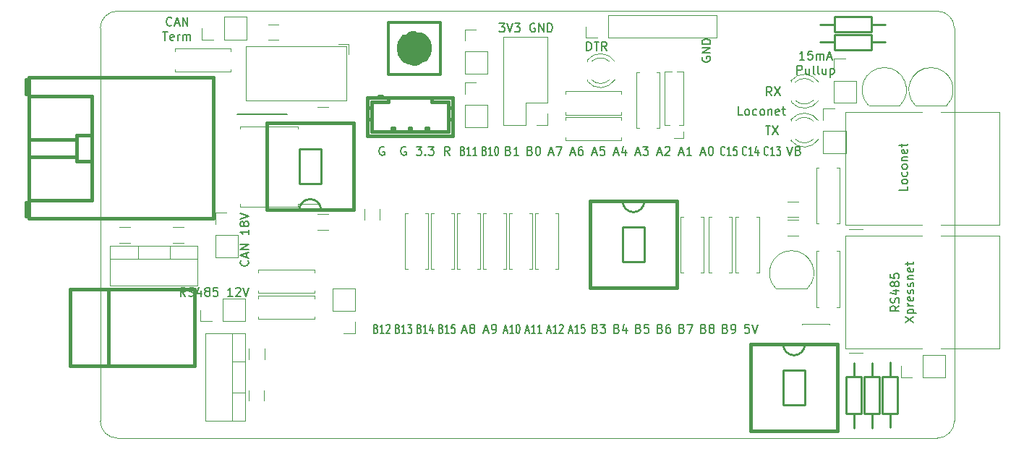
<source format=gto>
G04 #@! TF.GenerationSoftware,KiCad,Pcbnew,5.1.8-db9833491~88~ubuntu20.04.1*
G04 #@! TF.CreationDate,2020-12-16T06:01:53+01:00*
G04 #@! TF.ProjectId,c6021light,63363032-316c-4696-9768-742e6b696361,rev?*
G04 #@! TF.SameCoordinates,Original*
G04 #@! TF.FileFunction,Legend,Top*
G04 #@! TF.FilePolarity,Positive*
%FSLAX46Y46*%
G04 Gerber Fmt 4.6, Leading zero omitted, Abs format (unit mm)*
G04 Created by KiCad (PCBNEW 5.1.8-db9833491~88~ubuntu20.04.1) date 2020-12-16 06:01:53*
%MOMM*%
%LPD*%
G01*
G04 APERTURE LIST*
%ADD10C,0.200000*%
G04 #@! TA.AperFunction,Profile*
%ADD11C,0.050000*%
G04 #@! TD*
%ADD12C,0.120000*%
%ADD13C,0.254000*%
%ADD14C,0.381000*%
%ADD15C,2.540000*%
%ADD16C,0.304800*%
%ADD17C,0.100000*%
%ADD18C,0.150000*%
G04 APERTURE END LIST*
D10*
X178623933Y-59888380D02*
X178290600Y-59412190D01*
X178052504Y-59888380D02*
X178052504Y-58888380D01*
X178433457Y-58888380D01*
X178528695Y-58936000D01*
X178576314Y-58983619D01*
X178623933Y-59078857D01*
X178623933Y-59221714D01*
X178576314Y-59316952D01*
X178528695Y-59364571D01*
X178433457Y-59412190D01*
X178052504Y-59412190D01*
X178957266Y-58888380D02*
X179623933Y-59888380D01*
X179623933Y-58888380D02*
X178957266Y-59888380D01*
X182457885Y-55685580D02*
X181886457Y-55685580D01*
X182172171Y-55685580D02*
X182172171Y-54685580D01*
X182076933Y-54828438D01*
X181981695Y-54923676D01*
X181886457Y-54971295D01*
X183362647Y-54685580D02*
X182886457Y-54685580D01*
X182838838Y-55161771D01*
X182886457Y-55114152D01*
X182981695Y-55066533D01*
X183219790Y-55066533D01*
X183315028Y-55114152D01*
X183362647Y-55161771D01*
X183410266Y-55257009D01*
X183410266Y-55495104D01*
X183362647Y-55590342D01*
X183315028Y-55637961D01*
X183219790Y-55685580D01*
X182981695Y-55685580D01*
X182886457Y-55637961D01*
X182838838Y-55590342D01*
X183838838Y-55685580D02*
X183838838Y-55018914D01*
X183838838Y-55114152D02*
X183886457Y-55066533D01*
X183981695Y-55018914D01*
X184124552Y-55018914D01*
X184219790Y-55066533D01*
X184267409Y-55161771D01*
X184267409Y-55685580D01*
X184267409Y-55161771D02*
X184315028Y-55066533D01*
X184410266Y-55018914D01*
X184553123Y-55018914D01*
X184648361Y-55066533D01*
X184695980Y-55161771D01*
X184695980Y-55685580D01*
X185124552Y-55399866D02*
X185600742Y-55399866D01*
X185029314Y-55685580D02*
X185362647Y-54685580D01*
X185695980Y-55685580D01*
X181600742Y-57385580D02*
X181600742Y-56385580D01*
X181981695Y-56385580D01*
X182076933Y-56433200D01*
X182124552Y-56480819D01*
X182172171Y-56576057D01*
X182172171Y-56718914D01*
X182124552Y-56814152D01*
X182076933Y-56861771D01*
X181981695Y-56909390D01*
X181600742Y-56909390D01*
X183029314Y-56718914D02*
X183029314Y-57385580D01*
X182600742Y-56718914D02*
X182600742Y-57242723D01*
X182648361Y-57337961D01*
X182743600Y-57385580D01*
X182886457Y-57385580D01*
X182981695Y-57337961D01*
X183029314Y-57290342D01*
X183648361Y-57385580D02*
X183553123Y-57337961D01*
X183505504Y-57242723D01*
X183505504Y-56385580D01*
X184172171Y-57385580D02*
X184076933Y-57337961D01*
X184029314Y-57242723D01*
X184029314Y-56385580D01*
X184981695Y-56718914D02*
X184981695Y-57385580D01*
X184553123Y-56718914D02*
X184553123Y-57242723D01*
X184600742Y-57337961D01*
X184695980Y-57385580D01*
X184838838Y-57385580D01*
X184934076Y-57337961D01*
X184981695Y-57290342D01*
X185457885Y-56718914D02*
X185457885Y-57718914D01*
X185457885Y-56766533D02*
X185553123Y-56718914D01*
X185743600Y-56718914D01*
X185838838Y-56766533D01*
X185886457Y-56814152D01*
X185934076Y-56909390D01*
X185934076Y-57195104D01*
X185886457Y-57290342D01*
X185838838Y-57337961D01*
X185743600Y-57385580D01*
X185553123Y-57385580D01*
X185457885Y-57337961D01*
X108373942Y-51627942D02*
X108326323Y-51675561D01*
X108183466Y-51723180D01*
X108088228Y-51723180D01*
X107945371Y-51675561D01*
X107850133Y-51580323D01*
X107802514Y-51485085D01*
X107754895Y-51294609D01*
X107754895Y-51151752D01*
X107802514Y-50961276D01*
X107850133Y-50866038D01*
X107945371Y-50770800D01*
X108088228Y-50723180D01*
X108183466Y-50723180D01*
X108326323Y-50770800D01*
X108373942Y-50818419D01*
X108754895Y-51437466D02*
X109231085Y-51437466D01*
X108659657Y-51723180D02*
X108992990Y-50723180D01*
X109326323Y-51723180D01*
X109659657Y-51723180D02*
X109659657Y-50723180D01*
X110231085Y-51723180D01*
X110231085Y-50723180D01*
X107326323Y-52423180D02*
X107897752Y-52423180D01*
X107612038Y-53423180D02*
X107612038Y-52423180D01*
X108612038Y-53375561D02*
X108516800Y-53423180D01*
X108326323Y-53423180D01*
X108231085Y-53375561D01*
X108183466Y-53280323D01*
X108183466Y-52899371D01*
X108231085Y-52804133D01*
X108326323Y-52756514D01*
X108516800Y-52756514D01*
X108612038Y-52804133D01*
X108659657Y-52899371D01*
X108659657Y-52994609D01*
X108183466Y-53089847D01*
X109088228Y-53423180D02*
X109088228Y-52756514D01*
X109088228Y-52946990D02*
X109135847Y-52851752D01*
X109183466Y-52804133D01*
X109278704Y-52756514D01*
X109373942Y-52756514D01*
X109707276Y-53423180D02*
X109707276Y-52756514D01*
X109707276Y-52851752D02*
X109754895Y-52804133D01*
X109850133Y-52756514D01*
X109992990Y-52756514D01*
X110088228Y-52804133D01*
X110135847Y-52899371D01*
X110135847Y-53423180D01*
X110135847Y-52899371D02*
X110183466Y-52804133D01*
X110278704Y-52756514D01*
X110421561Y-52756514D01*
X110516800Y-52804133D01*
X110564419Y-52899371D01*
X110564419Y-53423180D01*
X170492800Y-55371904D02*
X170445180Y-55467142D01*
X170445180Y-55610000D01*
X170492800Y-55752857D01*
X170588038Y-55848095D01*
X170683276Y-55895714D01*
X170873752Y-55943333D01*
X171016609Y-55943333D01*
X171207085Y-55895714D01*
X171302323Y-55848095D01*
X171397561Y-55752857D01*
X171445180Y-55610000D01*
X171445180Y-55514761D01*
X171397561Y-55371904D01*
X171349942Y-55324285D01*
X171016609Y-55324285D01*
X171016609Y-55514761D01*
X171445180Y-54895714D02*
X170445180Y-54895714D01*
X171445180Y-54324285D01*
X170445180Y-54324285D01*
X171445180Y-53848095D02*
X170445180Y-53848095D01*
X170445180Y-53610000D01*
X170492800Y-53467142D01*
X170588038Y-53371904D01*
X170683276Y-53324285D01*
X170873752Y-53276666D01*
X171016609Y-53276666D01*
X171207085Y-53324285D01*
X171302323Y-53371904D01*
X171397561Y-53467142D01*
X171445180Y-53610000D01*
X171445180Y-53848095D01*
X194508380Y-70516476D02*
X194508380Y-70992666D01*
X193508380Y-70992666D01*
X194508380Y-70040285D02*
X194460761Y-70135523D01*
X194413142Y-70183142D01*
X194317904Y-70230761D01*
X194032190Y-70230761D01*
X193936952Y-70183142D01*
X193889333Y-70135523D01*
X193841714Y-70040285D01*
X193841714Y-69897428D01*
X193889333Y-69802190D01*
X193936952Y-69754571D01*
X194032190Y-69706952D01*
X194317904Y-69706952D01*
X194413142Y-69754571D01*
X194460761Y-69802190D01*
X194508380Y-69897428D01*
X194508380Y-70040285D01*
X194460761Y-68849809D02*
X194508380Y-68945047D01*
X194508380Y-69135523D01*
X194460761Y-69230761D01*
X194413142Y-69278380D01*
X194317904Y-69326000D01*
X194032190Y-69326000D01*
X193936952Y-69278380D01*
X193889333Y-69230761D01*
X193841714Y-69135523D01*
X193841714Y-68945047D01*
X193889333Y-68849809D01*
X194508380Y-68278380D02*
X194460761Y-68373619D01*
X194413142Y-68421238D01*
X194317904Y-68468857D01*
X194032190Y-68468857D01*
X193936952Y-68421238D01*
X193889333Y-68373619D01*
X193841714Y-68278380D01*
X193841714Y-68135523D01*
X193889333Y-68040285D01*
X193936952Y-67992666D01*
X194032190Y-67945047D01*
X194317904Y-67945047D01*
X194413142Y-67992666D01*
X194460761Y-68040285D01*
X194508380Y-68135523D01*
X194508380Y-68278380D01*
X193841714Y-67516476D02*
X194508380Y-67516476D01*
X193936952Y-67516476D02*
X193889333Y-67468857D01*
X193841714Y-67373619D01*
X193841714Y-67230761D01*
X193889333Y-67135523D01*
X193984571Y-67087904D01*
X194508380Y-67087904D01*
X194460761Y-66230761D02*
X194508380Y-66326000D01*
X194508380Y-66516476D01*
X194460761Y-66611714D01*
X194365523Y-66659333D01*
X193984571Y-66659333D01*
X193889333Y-66611714D01*
X193841714Y-66516476D01*
X193841714Y-66326000D01*
X193889333Y-66230761D01*
X193984571Y-66183142D01*
X194079809Y-66183142D01*
X194175047Y-66659333D01*
X193841714Y-65897428D02*
X193841714Y-65516476D01*
X193508380Y-65754571D02*
X194365523Y-65754571D01*
X194460761Y-65706952D01*
X194508380Y-65611714D01*
X194508380Y-65516476D01*
X193531380Y-84526238D02*
X193055190Y-84859571D01*
X193531380Y-85097666D02*
X192531380Y-85097666D01*
X192531380Y-84716714D01*
X192579000Y-84621476D01*
X192626619Y-84573857D01*
X192721857Y-84526238D01*
X192864714Y-84526238D01*
X192959952Y-84573857D01*
X193007571Y-84621476D01*
X193055190Y-84716714D01*
X193055190Y-85097666D01*
X193483761Y-84145285D02*
X193531380Y-84002428D01*
X193531380Y-83764333D01*
X193483761Y-83669095D01*
X193436142Y-83621476D01*
X193340904Y-83573857D01*
X193245666Y-83573857D01*
X193150428Y-83621476D01*
X193102809Y-83669095D01*
X193055190Y-83764333D01*
X193007571Y-83954809D01*
X192959952Y-84050047D01*
X192912333Y-84097666D01*
X192817095Y-84145285D01*
X192721857Y-84145285D01*
X192626619Y-84097666D01*
X192579000Y-84050047D01*
X192531380Y-83954809D01*
X192531380Y-83716714D01*
X192579000Y-83573857D01*
X192864714Y-82716714D02*
X193531380Y-82716714D01*
X192483761Y-82954809D02*
X193198047Y-83192904D01*
X193198047Y-82573857D01*
X192959952Y-82050047D02*
X192912333Y-82145285D01*
X192864714Y-82192904D01*
X192769476Y-82240523D01*
X192721857Y-82240523D01*
X192626619Y-82192904D01*
X192579000Y-82145285D01*
X192531380Y-82050047D01*
X192531380Y-81859571D01*
X192579000Y-81764333D01*
X192626619Y-81716714D01*
X192721857Y-81669095D01*
X192769476Y-81669095D01*
X192864714Y-81716714D01*
X192912333Y-81764333D01*
X192959952Y-81859571D01*
X192959952Y-82050047D01*
X193007571Y-82145285D01*
X193055190Y-82192904D01*
X193150428Y-82240523D01*
X193340904Y-82240523D01*
X193436142Y-82192904D01*
X193483761Y-82145285D01*
X193531380Y-82050047D01*
X193531380Y-81859571D01*
X193483761Y-81764333D01*
X193436142Y-81716714D01*
X193340904Y-81669095D01*
X193150428Y-81669095D01*
X193055190Y-81716714D01*
X193007571Y-81764333D01*
X192959952Y-81859571D01*
X192531380Y-80764333D02*
X192531380Y-81240523D01*
X193007571Y-81288142D01*
X192959952Y-81240523D01*
X192912333Y-81145285D01*
X192912333Y-80907190D01*
X192959952Y-80811952D01*
X193007571Y-80764333D01*
X193102809Y-80716714D01*
X193340904Y-80716714D01*
X193436142Y-80764333D01*
X193483761Y-80811952D01*
X193531380Y-80907190D01*
X193531380Y-81145285D01*
X193483761Y-81240523D01*
X193436142Y-81288142D01*
X194231380Y-86431000D02*
X195231380Y-85764333D01*
X194231380Y-85764333D02*
X195231380Y-86431000D01*
X194564714Y-85383380D02*
X195564714Y-85383380D01*
X194612333Y-85383380D02*
X194564714Y-85288142D01*
X194564714Y-85097666D01*
X194612333Y-85002428D01*
X194659952Y-84954809D01*
X194755190Y-84907190D01*
X195040904Y-84907190D01*
X195136142Y-84954809D01*
X195183761Y-85002428D01*
X195231380Y-85097666D01*
X195231380Y-85288142D01*
X195183761Y-85383380D01*
X195231380Y-84478619D02*
X194564714Y-84478619D01*
X194755190Y-84478619D02*
X194659952Y-84431000D01*
X194612333Y-84383380D01*
X194564714Y-84288142D01*
X194564714Y-84192904D01*
X195183761Y-83478619D02*
X195231380Y-83573857D01*
X195231380Y-83764333D01*
X195183761Y-83859571D01*
X195088523Y-83907190D01*
X194707571Y-83907190D01*
X194612333Y-83859571D01*
X194564714Y-83764333D01*
X194564714Y-83573857D01*
X194612333Y-83478619D01*
X194707571Y-83431000D01*
X194802809Y-83431000D01*
X194898047Y-83907190D01*
X195183761Y-83050047D02*
X195231380Y-82954809D01*
X195231380Y-82764333D01*
X195183761Y-82669095D01*
X195088523Y-82621476D01*
X195040904Y-82621476D01*
X194945666Y-82669095D01*
X194898047Y-82764333D01*
X194898047Y-82907190D01*
X194850428Y-83002428D01*
X194755190Y-83050047D01*
X194707571Y-83050047D01*
X194612333Y-83002428D01*
X194564714Y-82907190D01*
X194564714Y-82764333D01*
X194612333Y-82669095D01*
X195183761Y-82240523D02*
X195231380Y-82145285D01*
X195231380Y-81954809D01*
X195183761Y-81859571D01*
X195088523Y-81811952D01*
X195040904Y-81811952D01*
X194945666Y-81859571D01*
X194898047Y-81954809D01*
X194898047Y-82097666D01*
X194850428Y-82192904D01*
X194755190Y-82240523D01*
X194707571Y-82240523D01*
X194612333Y-82192904D01*
X194564714Y-82097666D01*
X194564714Y-81954809D01*
X194612333Y-81859571D01*
X194564714Y-81383380D02*
X195231380Y-81383380D01*
X194659952Y-81383380D02*
X194612333Y-81335761D01*
X194564714Y-81240523D01*
X194564714Y-81097666D01*
X194612333Y-81002428D01*
X194707571Y-80954809D01*
X195231380Y-80954809D01*
X195183761Y-80097666D02*
X195231380Y-80192904D01*
X195231380Y-80383380D01*
X195183761Y-80478619D01*
X195088523Y-80526238D01*
X194707571Y-80526238D01*
X194612333Y-80478619D01*
X194564714Y-80383380D01*
X194564714Y-80192904D01*
X194612333Y-80097666D01*
X194707571Y-80050047D01*
X194802809Y-80050047D01*
X194898047Y-80526238D01*
X194564714Y-79764333D02*
X194564714Y-79383380D01*
X194231380Y-79621476D02*
X195088523Y-79621476D01*
X195183761Y-79573857D01*
X195231380Y-79478619D01*
X195231380Y-79383380D01*
X146717142Y-51434380D02*
X147336190Y-51434380D01*
X147002857Y-51815333D01*
X147145714Y-51815333D01*
X147240952Y-51862952D01*
X147288571Y-51910571D01*
X147336190Y-52005809D01*
X147336190Y-52243904D01*
X147288571Y-52339142D01*
X147240952Y-52386761D01*
X147145714Y-52434380D01*
X146860000Y-52434380D01*
X146764761Y-52386761D01*
X146717142Y-52339142D01*
X147621904Y-51434380D02*
X147955238Y-52434380D01*
X148288571Y-51434380D01*
X148526666Y-51434380D02*
X149145714Y-51434380D01*
X148812380Y-51815333D01*
X148955238Y-51815333D01*
X149050476Y-51862952D01*
X149098095Y-51910571D01*
X149145714Y-52005809D01*
X149145714Y-52243904D01*
X149098095Y-52339142D01*
X149050476Y-52386761D01*
X148955238Y-52434380D01*
X148669523Y-52434380D01*
X148574285Y-52386761D01*
X148526666Y-52339142D01*
X150860000Y-51482000D02*
X150764761Y-51434380D01*
X150621904Y-51434380D01*
X150479047Y-51482000D01*
X150383809Y-51577238D01*
X150336190Y-51672476D01*
X150288571Y-51862952D01*
X150288571Y-52005809D01*
X150336190Y-52196285D01*
X150383809Y-52291523D01*
X150479047Y-52386761D01*
X150621904Y-52434380D01*
X150717142Y-52434380D01*
X150860000Y-52386761D01*
X150907619Y-52339142D01*
X150907619Y-52005809D01*
X150717142Y-52005809D01*
X151336190Y-52434380D02*
X151336190Y-51434380D01*
X151907619Y-52434380D01*
X151907619Y-51434380D01*
X152383809Y-52434380D02*
X152383809Y-51434380D01*
X152621904Y-51434380D01*
X152764761Y-51482000D01*
X152860000Y-51577238D01*
X152907619Y-51672476D01*
X152955238Y-51862952D01*
X152955238Y-52005809D01*
X152907619Y-52196285D01*
X152860000Y-52291523D01*
X152764761Y-52386761D01*
X152621904Y-52434380D01*
X152383809Y-52434380D01*
X117298742Y-79214361D02*
X117346361Y-79261980D01*
X117393980Y-79404838D01*
X117393980Y-79500076D01*
X117346361Y-79642933D01*
X117251123Y-79738171D01*
X117155885Y-79785790D01*
X116965409Y-79833409D01*
X116822552Y-79833409D01*
X116632076Y-79785790D01*
X116536838Y-79738171D01*
X116441600Y-79642933D01*
X116393980Y-79500076D01*
X116393980Y-79404838D01*
X116441600Y-79261980D01*
X116489219Y-79214361D01*
X117108266Y-78833409D02*
X117108266Y-78357219D01*
X117393980Y-78928647D02*
X116393980Y-78595314D01*
X117393980Y-78261980D01*
X117393980Y-77928647D02*
X116393980Y-77928647D01*
X117393980Y-77357219D01*
X116393980Y-77357219D01*
X117393980Y-75595314D02*
X117393980Y-76166742D01*
X117393980Y-75881028D02*
X116393980Y-75881028D01*
X116536838Y-75976266D01*
X116632076Y-76071504D01*
X116679695Y-76166742D01*
X116822552Y-75023885D02*
X116774933Y-75119123D01*
X116727314Y-75166742D01*
X116632076Y-75214361D01*
X116584457Y-75214361D01*
X116489219Y-75166742D01*
X116441600Y-75119123D01*
X116393980Y-75023885D01*
X116393980Y-74833409D01*
X116441600Y-74738171D01*
X116489219Y-74690552D01*
X116584457Y-74642933D01*
X116632076Y-74642933D01*
X116727314Y-74690552D01*
X116774933Y-74738171D01*
X116822552Y-74833409D01*
X116822552Y-75023885D01*
X116870171Y-75119123D01*
X116917790Y-75166742D01*
X117013028Y-75214361D01*
X117203504Y-75214361D01*
X117298742Y-75166742D01*
X117346361Y-75119123D01*
X117393980Y-75023885D01*
X117393980Y-74833409D01*
X117346361Y-74738171D01*
X117298742Y-74690552D01*
X117203504Y-74642933D01*
X117013028Y-74642933D01*
X116917790Y-74690552D01*
X116870171Y-74738171D01*
X116822552Y-74833409D01*
X116393980Y-74357219D02*
X117393980Y-74023885D01*
X116393980Y-73690552D01*
X109977657Y-83383380D02*
X109644323Y-82907190D01*
X109406228Y-83383380D02*
X109406228Y-82383380D01*
X109787180Y-82383380D01*
X109882419Y-82431000D01*
X109930038Y-82478619D01*
X109977657Y-82573857D01*
X109977657Y-82716714D01*
X109930038Y-82811952D01*
X109882419Y-82859571D01*
X109787180Y-82907190D01*
X109406228Y-82907190D01*
X110358609Y-83335761D02*
X110501466Y-83383380D01*
X110739561Y-83383380D01*
X110834800Y-83335761D01*
X110882419Y-83288142D01*
X110930038Y-83192904D01*
X110930038Y-83097666D01*
X110882419Y-83002428D01*
X110834800Y-82954809D01*
X110739561Y-82907190D01*
X110549085Y-82859571D01*
X110453847Y-82811952D01*
X110406228Y-82764333D01*
X110358609Y-82669095D01*
X110358609Y-82573857D01*
X110406228Y-82478619D01*
X110453847Y-82431000D01*
X110549085Y-82383380D01*
X110787180Y-82383380D01*
X110930038Y-82431000D01*
X111787180Y-82716714D02*
X111787180Y-83383380D01*
X111549085Y-82335761D02*
X111310990Y-83050047D01*
X111930038Y-83050047D01*
X112453847Y-82811952D02*
X112358609Y-82764333D01*
X112310990Y-82716714D01*
X112263371Y-82621476D01*
X112263371Y-82573857D01*
X112310990Y-82478619D01*
X112358609Y-82431000D01*
X112453847Y-82383380D01*
X112644323Y-82383380D01*
X112739561Y-82431000D01*
X112787180Y-82478619D01*
X112834800Y-82573857D01*
X112834800Y-82621476D01*
X112787180Y-82716714D01*
X112739561Y-82764333D01*
X112644323Y-82811952D01*
X112453847Y-82811952D01*
X112358609Y-82859571D01*
X112310990Y-82907190D01*
X112263371Y-83002428D01*
X112263371Y-83192904D01*
X112310990Y-83288142D01*
X112358609Y-83335761D01*
X112453847Y-83383380D01*
X112644323Y-83383380D01*
X112739561Y-83335761D01*
X112787180Y-83288142D01*
X112834800Y-83192904D01*
X112834800Y-83002428D01*
X112787180Y-82907190D01*
X112739561Y-82859571D01*
X112644323Y-82811952D01*
X113739561Y-82383380D02*
X113263371Y-82383380D01*
X113215752Y-82859571D01*
X113263371Y-82811952D01*
X113358609Y-82764333D01*
X113596704Y-82764333D01*
X113691942Y-82811952D01*
X113739561Y-82859571D01*
X113787180Y-82954809D01*
X113787180Y-83192904D01*
X113739561Y-83288142D01*
X113691942Y-83335761D01*
X113596704Y-83383380D01*
X113358609Y-83383380D01*
X113263371Y-83335761D01*
X113215752Y-83288142D01*
X115501466Y-83383380D02*
X114930038Y-83383380D01*
X115215752Y-83383380D02*
X115215752Y-82383380D01*
X115120514Y-82526238D01*
X115025276Y-82621476D01*
X114930038Y-82669095D01*
X115882419Y-82478619D02*
X115930038Y-82431000D01*
X116025276Y-82383380D01*
X116263371Y-82383380D01*
X116358609Y-82431000D01*
X116406228Y-82478619D01*
X116453847Y-82573857D01*
X116453847Y-82669095D01*
X116406228Y-82811952D01*
X115834800Y-83383380D01*
X116453847Y-83383380D01*
X116739561Y-82383380D02*
X117072895Y-83383380D01*
X117406228Y-82383380D01*
X156972142Y-54630580D02*
X156972142Y-53630580D01*
X157210238Y-53630580D01*
X157353095Y-53678200D01*
X157448333Y-53773438D01*
X157495952Y-53868676D01*
X157543571Y-54059152D01*
X157543571Y-54202009D01*
X157495952Y-54392485D01*
X157448333Y-54487723D01*
X157353095Y-54582961D01*
X157210238Y-54630580D01*
X156972142Y-54630580D01*
X157829285Y-53630580D02*
X158400714Y-53630580D01*
X158115000Y-54630580D02*
X158115000Y-53630580D01*
X159305476Y-54630580D02*
X158972142Y-54154390D01*
X158734047Y-54630580D02*
X158734047Y-53630580D01*
X159115000Y-53630580D01*
X159210238Y-53678200D01*
X159257857Y-53725819D01*
X159305476Y-53821057D01*
X159305476Y-53963914D01*
X159257857Y-54059152D01*
X159210238Y-54106771D01*
X159115000Y-54154390D01*
X158734047Y-54154390D01*
X177901695Y-63409580D02*
X178473123Y-63409580D01*
X178187409Y-64409580D02*
X178187409Y-63409580D01*
X178711219Y-63409580D02*
X179377885Y-64409580D01*
X179377885Y-63409580D02*
X178711219Y-64409580D01*
X175203123Y-62174380D02*
X174726933Y-62174380D01*
X174726933Y-61174380D01*
X175679314Y-62174380D02*
X175584076Y-62126761D01*
X175536457Y-62079142D01*
X175488838Y-61983904D01*
X175488838Y-61698190D01*
X175536457Y-61602952D01*
X175584076Y-61555333D01*
X175679314Y-61507714D01*
X175822171Y-61507714D01*
X175917409Y-61555333D01*
X175965028Y-61602952D01*
X176012647Y-61698190D01*
X176012647Y-61983904D01*
X175965028Y-62079142D01*
X175917409Y-62126761D01*
X175822171Y-62174380D01*
X175679314Y-62174380D01*
X176869790Y-62126761D02*
X176774552Y-62174380D01*
X176584076Y-62174380D01*
X176488838Y-62126761D01*
X176441219Y-62079142D01*
X176393600Y-61983904D01*
X176393600Y-61698190D01*
X176441219Y-61602952D01*
X176488838Y-61555333D01*
X176584076Y-61507714D01*
X176774552Y-61507714D01*
X176869790Y-61555333D01*
X177441219Y-62174380D02*
X177345980Y-62126761D01*
X177298361Y-62079142D01*
X177250742Y-61983904D01*
X177250742Y-61698190D01*
X177298361Y-61602952D01*
X177345980Y-61555333D01*
X177441219Y-61507714D01*
X177584076Y-61507714D01*
X177679314Y-61555333D01*
X177726933Y-61602952D01*
X177774552Y-61698190D01*
X177774552Y-61983904D01*
X177726933Y-62079142D01*
X177679314Y-62126761D01*
X177584076Y-62174380D01*
X177441219Y-62174380D01*
X178203123Y-61507714D02*
X178203123Y-62174380D01*
X178203123Y-61602952D02*
X178250742Y-61555333D01*
X178345980Y-61507714D01*
X178488838Y-61507714D01*
X178584076Y-61555333D01*
X178631695Y-61650571D01*
X178631695Y-62174380D01*
X179488838Y-62126761D02*
X179393600Y-62174380D01*
X179203123Y-62174380D01*
X179107885Y-62126761D01*
X179060266Y-62031523D01*
X179060266Y-61650571D01*
X179107885Y-61555333D01*
X179203123Y-61507714D01*
X179393600Y-61507714D01*
X179488838Y-61555333D01*
X179536457Y-61650571D01*
X179536457Y-61745809D01*
X179060266Y-61841047D01*
X179822171Y-61507714D02*
X180203123Y-61507714D01*
X179965028Y-61174380D02*
X179965028Y-62031523D01*
X180012647Y-62126761D01*
X180107885Y-62174380D01*
X180203123Y-62174380D01*
D11*
X102000000Y-100000000D02*
G75*
G02*
X100000000Y-98000000I0J2000000D01*
G01*
X100000000Y-52000000D02*
G75*
G02*
X102000000Y-50000000I2000000J0D01*
G01*
X200000000Y-98000000D02*
G75*
G02*
X198000000Y-100000000I-2000000J0D01*
G01*
X198000000Y-50000000D02*
G75*
G02*
X200000000Y-52000000I0J-2000000D01*
G01*
X100000000Y-52000000D02*
X100000000Y-98000000D01*
X198000000Y-50000000D02*
X102000000Y-50000000D01*
X200000000Y-98000000D02*
X200000000Y-52000000D01*
X102000000Y-100000000D02*
X198000000Y-100000000D01*
D12*
X185893400Y-55540600D02*
X187223400Y-55540600D01*
X185893400Y-56870600D02*
X185893400Y-55540600D01*
X185893400Y-58140600D02*
X188553400Y-58140600D01*
X188553400Y-58140600D02*
X188553400Y-60740600D01*
X185893400Y-58140600D02*
X185893400Y-60740600D01*
X185893400Y-60740600D02*
X188553400Y-60740600D01*
X184648800Y-61408000D02*
X185978800Y-61408000D01*
X184648800Y-62738000D02*
X184648800Y-61408000D01*
X184648800Y-64008000D02*
X187308800Y-64008000D01*
X187308800Y-64008000D02*
X187308800Y-66608000D01*
X184648800Y-64008000D02*
X184648800Y-66608000D01*
X184648800Y-66608000D02*
X187308800Y-66608000D01*
X193742000Y-92897000D02*
X193742000Y-91567000D01*
X195072000Y-92897000D02*
X193742000Y-92897000D01*
X196342000Y-92897000D02*
X196342000Y-90237000D01*
X196342000Y-90237000D02*
X198942000Y-90237000D01*
X196342000Y-92897000D02*
X198942000Y-92897000D01*
X198942000Y-92897000D02*
X198942000Y-90237000D01*
X113478000Y-73600000D02*
X114808000Y-73600000D01*
X113478000Y-74930000D02*
X113478000Y-73600000D01*
X113478000Y-76200000D02*
X116138000Y-76200000D01*
X116138000Y-76200000D02*
X116138000Y-78800000D01*
X113478000Y-76200000D02*
X113478000Y-78800000D01*
X113478000Y-78800000D02*
X116138000Y-78800000D01*
D13*
X191236600Y-97129600D02*
X191236600Y-92811600D01*
X189458600Y-97129600D02*
X191236600Y-97129600D01*
X189458600Y-92811600D02*
X189458600Y-97129600D01*
X191236600Y-92811600D02*
X189458600Y-92811600D01*
X190347600Y-92811600D02*
X190347600Y-91160600D01*
X190347600Y-97129600D02*
X190347600Y-98780600D01*
X189128400Y-97129600D02*
X189128400Y-92811600D01*
X187350400Y-97129600D02*
X189128400Y-97129600D01*
X187350400Y-92811600D02*
X187350400Y-97129600D01*
X189128400Y-92811600D02*
X187350400Y-92811600D01*
X188239400Y-92811600D02*
X188239400Y-91160600D01*
X188239400Y-97129600D02*
X188239400Y-98780600D01*
X193370200Y-97104200D02*
X193370200Y-92786200D01*
X191592200Y-97104200D02*
X193370200Y-97104200D01*
X191592200Y-92786200D02*
X191592200Y-97104200D01*
X193370200Y-92786200D02*
X191592200Y-92786200D01*
X192481200Y-92786200D02*
X192481200Y-91135200D01*
X192481200Y-97104200D02*
X192481200Y-98755200D01*
D12*
X119645400Y-51556400D02*
X120903400Y-51556400D01*
X119645400Y-53396400D02*
X120903400Y-53396400D01*
X125462000Y-61246500D02*
X126720000Y-61246500D01*
X125462000Y-63086500D02*
X126720000Y-63086500D01*
X132746000Y-73138000D02*
X132746000Y-74396000D01*
X130906000Y-73138000D02*
X130906000Y-74396000D01*
X125462000Y-73756000D02*
X126720000Y-73756000D01*
X125462000Y-75596000D02*
X126720000Y-75596000D01*
X117367800Y-95645000D02*
X117367800Y-94387000D01*
X119207800Y-95645000D02*
X119207800Y-94387000D01*
X119233200Y-89495600D02*
X119233200Y-90753600D01*
X117393200Y-89495600D02*
X117393200Y-90753600D01*
X111750800Y-86318400D02*
X111750800Y-84988400D01*
X113080800Y-86318400D02*
X111750800Y-86318400D01*
X114350800Y-86318400D02*
X114350800Y-83658400D01*
X114350800Y-83658400D02*
X116950800Y-83658400D01*
X114350800Y-86318400D02*
X116950800Y-86318400D01*
X116950800Y-86318400D02*
X116950800Y-83658400D01*
D13*
X185940700Y-52463700D02*
X190258700Y-52463700D01*
X185940700Y-50685700D02*
X185940700Y-52463700D01*
X190258700Y-50685700D02*
X185940700Y-50685700D01*
X190258700Y-52463700D02*
X190258700Y-50685700D01*
X190258700Y-51574700D02*
X191909700Y-51574700D01*
X185940700Y-51574700D02*
X184289700Y-51574700D01*
X185953400Y-54533800D02*
X190271400Y-54533800D01*
X185953400Y-52755800D02*
X185953400Y-54533800D01*
X190271400Y-52755800D02*
X185953400Y-52755800D01*
X190271400Y-54533800D02*
X190271400Y-52755800D01*
X190271400Y-53644800D02*
X191922400Y-53644800D01*
X185953400Y-53644800D02*
X184302400Y-53644800D01*
D12*
X189995400Y-61057400D02*
X193595400Y-61057400D01*
X193633878Y-61045878D02*
G75*
G03*
X191795400Y-56607400I-1838478J1838478D01*
G01*
X189956922Y-61045878D02*
G75*
G02*
X191795400Y-56607400I1838478J1838478D01*
G01*
X195469100Y-61057400D02*
X199069100Y-61057400D01*
X199107578Y-61045878D02*
G75*
G03*
X197269100Y-56607400I-1838478J1838478D01*
G01*
X195430622Y-61045878D02*
G75*
G02*
X197269100Y-56607400I1838478J1838478D01*
G01*
X168318200Y-57090000D02*
X167515730Y-57090000D01*
X166900670Y-57090000D02*
X166098200Y-57090000D01*
X168318200Y-63375000D02*
X168318200Y-57090000D01*
X166098200Y-63375000D02*
X166098200Y-57090000D01*
X168318200Y-63375000D02*
X167771671Y-63375000D01*
X166644729Y-63375000D02*
X166098200Y-63375000D01*
X168318200Y-64135000D02*
X168318200Y-64895000D01*
X168318200Y-64895000D02*
X167208200Y-64895000D01*
X125063000Y-83031000D02*
X125063000Y-82701000D01*
X118523000Y-83031000D02*
X125063000Y-83031000D01*
X118523000Y-82701000D02*
X118523000Y-83031000D01*
X125063000Y-80291000D02*
X125063000Y-80621000D01*
X118523000Y-80291000D02*
X125063000Y-80291000D01*
X118523000Y-80621000D02*
X118523000Y-80291000D01*
X125063000Y-86079000D02*
X125063000Y-85749000D01*
X118523000Y-86079000D02*
X125063000Y-86079000D01*
X118523000Y-85749000D02*
X118523000Y-86079000D01*
X125063000Y-83339000D02*
X125063000Y-83669000D01*
X118523000Y-83339000D02*
X125063000Y-83339000D01*
X118523000Y-83669000D02*
X118523000Y-83339000D01*
X165504800Y-57156600D02*
X165174800Y-57156600D01*
X165504800Y-63696600D02*
X165504800Y-57156600D01*
X165174800Y-63696600D02*
X165504800Y-63696600D01*
X162764800Y-57156600D02*
X163094800Y-57156600D01*
X162764800Y-63696600D02*
X162764800Y-57156600D01*
X163094800Y-63696600D02*
X162764800Y-63696600D01*
X161004000Y-62126800D02*
X161004000Y-61796800D01*
X154464000Y-62126800D02*
X161004000Y-62126800D01*
X154464000Y-61796800D02*
X154464000Y-62126800D01*
X161004000Y-59386800D02*
X161004000Y-59716800D01*
X154464000Y-59386800D02*
X161004000Y-59386800D01*
X154464000Y-59716800D02*
X154464000Y-59386800D01*
X161004000Y-65149400D02*
X161004000Y-64819400D01*
X154464000Y-65149400D02*
X161004000Y-65149400D01*
X154464000Y-64819400D02*
X154464000Y-65149400D01*
X161004000Y-62409400D02*
X161004000Y-62739400D01*
X154464000Y-62409400D02*
X161004000Y-62409400D01*
X154464000Y-62739400D02*
X154464000Y-62409400D01*
X183821400Y-84651600D02*
X184151400Y-84651600D01*
X183821400Y-78111600D02*
X183821400Y-84651600D01*
X184151400Y-78111600D02*
X183821400Y-78111600D01*
X186561400Y-84651600D02*
X186231400Y-84651600D01*
X186561400Y-78111600D02*
X186561400Y-84651600D01*
X186231400Y-78111600D02*
X186561400Y-78111600D01*
X144499000Y-73692000D02*
X144169000Y-73692000D01*
X144499000Y-80232000D02*
X144499000Y-73692000D01*
X144169000Y-80232000D02*
X144499000Y-80232000D01*
X141759000Y-73692000D02*
X142089000Y-73692000D01*
X141759000Y-80232000D02*
X141759000Y-73692000D01*
X142089000Y-80232000D02*
X141759000Y-80232000D01*
X138403000Y-73692000D02*
X138073000Y-73692000D01*
X138403000Y-80232000D02*
X138403000Y-73692000D01*
X138073000Y-80232000D02*
X138403000Y-80232000D01*
X135663000Y-73692000D02*
X135993000Y-73692000D01*
X135663000Y-80232000D02*
X135663000Y-73692000D01*
X135993000Y-80232000D02*
X135663000Y-80232000D01*
X141451000Y-73692000D02*
X141121000Y-73692000D01*
X141451000Y-80232000D02*
X141451000Y-73692000D01*
X141121000Y-80232000D02*
X141451000Y-80232000D01*
X138711000Y-73692000D02*
X139041000Y-73692000D01*
X138711000Y-80232000D02*
X138711000Y-73692000D01*
X139041000Y-80232000D02*
X138711000Y-80232000D01*
X173963000Y-74073000D02*
X173633000Y-74073000D01*
X173963000Y-80613000D02*
X173963000Y-74073000D01*
X173633000Y-80613000D02*
X173963000Y-80613000D01*
X171223000Y-74073000D02*
X171553000Y-74073000D01*
X171223000Y-80613000D02*
X171223000Y-74073000D01*
X171553000Y-80613000D02*
X171223000Y-80613000D01*
X147855000Y-80232000D02*
X148185000Y-80232000D01*
X147855000Y-73692000D02*
X147855000Y-80232000D01*
X148185000Y-73692000D02*
X147855000Y-73692000D01*
X150595000Y-80232000D02*
X150265000Y-80232000D01*
X150595000Y-73692000D02*
X150595000Y-80232000D01*
X150265000Y-73692000D02*
X150595000Y-73692000D01*
X167921000Y-80613000D02*
X168251000Y-80613000D01*
X167921000Y-74073000D02*
X167921000Y-80613000D01*
X168251000Y-74073000D02*
X167921000Y-74073000D01*
X170661000Y-80613000D02*
X170331000Y-80613000D01*
X170661000Y-74073000D02*
X170661000Y-80613000D01*
X170331000Y-74073000D02*
X170661000Y-74073000D01*
X144807000Y-80232000D02*
X145137000Y-80232000D01*
X144807000Y-73692000D02*
X144807000Y-80232000D01*
X145137000Y-73692000D02*
X144807000Y-73692000D01*
X147547000Y-80232000D02*
X147217000Y-80232000D01*
X147547000Y-73692000D02*
X147547000Y-80232000D01*
X147217000Y-73692000D02*
X147547000Y-73692000D01*
X153643000Y-73692000D02*
X153313000Y-73692000D01*
X153643000Y-80232000D02*
X153643000Y-73692000D01*
X153313000Y-80232000D02*
X153643000Y-80232000D01*
X150903000Y-73692000D02*
X151233000Y-73692000D01*
X150903000Y-80232000D02*
X150903000Y-73692000D01*
X151233000Y-80232000D02*
X150903000Y-80232000D01*
X177138000Y-74073000D02*
X176808000Y-74073000D01*
X177138000Y-80613000D02*
X177138000Y-74073000D01*
X176808000Y-80613000D02*
X177138000Y-80613000D01*
X174398000Y-74073000D02*
X174728000Y-74073000D01*
X174398000Y-80613000D02*
X174398000Y-74073000D01*
X174728000Y-80613000D02*
X174398000Y-80613000D01*
X115284000Y-56793000D02*
X115284000Y-57123000D01*
X115284000Y-57123000D02*
X108744000Y-57123000D01*
X108744000Y-57123000D02*
X108744000Y-56793000D01*
X115284000Y-54713000D02*
X115284000Y-54383000D01*
X115284000Y-54383000D02*
X108744000Y-54383000D01*
X108744000Y-54383000D02*
X108744000Y-54713000D01*
X183821400Y-74898000D02*
X184151400Y-74898000D01*
X183821400Y-68358000D02*
X183821400Y-74898000D01*
X184151400Y-68358000D02*
X183821400Y-68358000D01*
X186561400Y-74898000D02*
X186231400Y-74898000D01*
X186561400Y-68358000D02*
X186561400Y-74898000D01*
X186231400Y-68358000D02*
X186561400Y-68358000D01*
D13*
X179959000Y-96139000D02*
X179959000Y-92075000D01*
X182499000Y-92075000D02*
X182499000Y-96139000D01*
D14*
X176149000Y-99187000D02*
X176149000Y-89027000D01*
X186309000Y-99187000D02*
X186309000Y-89027000D01*
D13*
X182499000Y-92075000D02*
X179959000Y-92075000D01*
X179959000Y-96139000D02*
X182499000Y-96139000D01*
D14*
X186309000Y-99187000D02*
X176149000Y-99187000D01*
X176149000Y-89027000D02*
X186309000Y-89027000D01*
D13*
X179959000Y-89027000D02*
G75*
G03*
X181229000Y-90297000I1270000J0D01*
G01*
X181229000Y-90297000D02*
G75*
G03*
X182499000Y-89027000I0J1270000D01*
G01*
D12*
X182143600Y-86702000D02*
X182143600Y-86637000D01*
X182143600Y-88877000D02*
X182143600Y-88812000D01*
X185383600Y-86702000D02*
X185383600Y-86637000D01*
X185383600Y-88877000D02*
X185383600Y-88812000D01*
X185383600Y-86637000D02*
X182143600Y-86637000D01*
X185383600Y-88877000D02*
X182143600Y-88877000D01*
X180453000Y-76307200D02*
X181711000Y-76307200D01*
X180453000Y-74467200D02*
X181711000Y-74467200D01*
X181700200Y-72282800D02*
X180442200Y-72282800D01*
X181700200Y-74122800D02*
X180442200Y-74122800D01*
D14*
X99060000Y-59944000D02*
X99060000Y-72136000D01*
X91694000Y-65024000D02*
X97282000Y-65024000D01*
X97282000Y-64516000D02*
X99060000Y-64516000D01*
X99060000Y-67564000D02*
X97282000Y-67564000D01*
X97282000Y-67056000D02*
X91694000Y-67056000D01*
X97282000Y-67564000D02*
X97282000Y-64516000D01*
X91694000Y-57785000D02*
X91694000Y-74295000D01*
X113284000Y-74295000D02*
X91694000Y-74295000D01*
X113284000Y-57785000D02*
X113284000Y-74295000D01*
X91694000Y-57785000D02*
X113284000Y-57785000D01*
X99060000Y-59944000D02*
X91694000Y-59944000D01*
X99060000Y-72136000D02*
X91694000Y-72136000D01*
X91313000Y-59690000D02*
X91694000Y-59690000D01*
X91313000Y-58039000D02*
X91313000Y-59690000D01*
X91313000Y-58039000D02*
X91694000Y-58039000D01*
X91313000Y-74041000D02*
X91694000Y-74041000D01*
X91313000Y-72390000D02*
X91313000Y-74041000D01*
X91313000Y-72390000D02*
X91694000Y-72390000D01*
D12*
X109742000Y-75280000D02*
X108484000Y-75280000D01*
X109742000Y-77120000D02*
X108484000Y-77120000D01*
X103479000Y-75280000D02*
X102221000Y-75280000D01*
X103479000Y-77120000D02*
X102221000Y-77120000D01*
X129854000Y-87690000D02*
X128524000Y-87690000D01*
X129854000Y-86360000D02*
X129854000Y-87690000D01*
X129854000Y-85090000D02*
X127194000Y-85090000D01*
X127194000Y-85090000D02*
X127194000Y-82490000D01*
X129854000Y-85090000D02*
X129854000Y-82490000D01*
X129854000Y-82490000D02*
X127194000Y-82490000D01*
D15*
X137582219Y-54356000D02*
G75*
G03*
X137582219Y-54356000I-803219J0D01*
G01*
D16*
X139827000Y-57404000D02*
X133731000Y-57404000D01*
X139827000Y-51308000D02*
X139827000Y-57404000D01*
X133731000Y-51308000D02*
X139827000Y-51308000D01*
X133731000Y-57404000D02*
X133731000Y-51308000D01*
D12*
X152396500Y-53026000D02*
X147196500Y-53026000D01*
X152396500Y-60706000D02*
X152396500Y-53026000D01*
X147196500Y-63306000D02*
X147196500Y-53026000D01*
X152396500Y-60706000D02*
X149796500Y-60706000D01*
X149796500Y-60706000D02*
X149796500Y-63306000D01*
X149796500Y-63306000D02*
X147196500Y-63306000D01*
X152396500Y-61976000D02*
X152396500Y-63306000D01*
X152396500Y-63306000D02*
X151066500Y-63306000D01*
X156835800Y-53120600D02*
X156835800Y-51790600D01*
X158165800Y-53120600D02*
X156835800Y-53120600D01*
X159435800Y-53120600D02*
X159435800Y-50460600D01*
X159435800Y-50460600D02*
X172195800Y-50460600D01*
X159435800Y-53120600D02*
X172195800Y-53120600D01*
X172195800Y-53120600D02*
X172195800Y-50460600D01*
X123181000Y-72594000D02*
X125461000Y-72594000D01*
X123181000Y-72884000D02*
X123181000Y-72594000D01*
X119761000Y-72884000D02*
X123181000Y-72884000D01*
X116341000Y-72884000D02*
X116341000Y-72594000D01*
X119761000Y-72884000D02*
X116341000Y-72884000D01*
X123181000Y-63514000D02*
X123181000Y-63804000D01*
X119761000Y-63514000D02*
X123181000Y-63514000D01*
X116341000Y-63514000D02*
X116341000Y-63804000D01*
X119761000Y-63514000D02*
X116341000Y-63514000D01*
X187238000Y-75058000D02*
X187238000Y-61858000D01*
X187238000Y-61858000D02*
X196258000Y-61858000D01*
D17*
X205118000Y-61858000D02*
X205238000Y-61858000D01*
D12*
X205238000Y-61858000D02*
X198458000Y-61858000D01*
D17*
X205228000Y-61858000D02*
X205238000Y-61858000D01*
D12*
X205238000Y-61858000D02*
X205238000Y-75058000D01*
X205238000Y-75058000D02*
X198458000Y-75058000D01*
D17*
X196188000Y-75058000D02*
X196258000Y-75058000D01*
D12*
X196258000Y-75058000D02*
X187238000Y-75058000D01*
X189238000Y-75528000D02*
X187708000Y-75528000D01*
D18*
X116079000Y-62103000D02*
X121921000Y-62103000D01*
D12*
X142688000Y-52137000D02*
X144018000Y-52137000D01*
X142688000Y-53467000D02*
X142688000Y-52137000D01*
X142688000Y-54737000D02*
X145348000Y-54737000D01*
X145348000Y-54737000D02*
X145348000Y-57337000D01*
X142688000Y-54737000D02*
X142688000Y-57337000D01*
X142688000Y-57337000D02*
X145348000Y-57337000D01*
X142688000Y-58360000D02*
X144018000Y-58360000D01*
X142688000Y-59690000D02*
X142688000Y-58360000D01*
X142688000Y-60960000D02*
X145348000Y-60960000D01*
X145348000Y-60960000D02*
X145348000Y-63560000D01*
X142688000Y-60960000D02*
X142688000Y-63560000D01*
X142688000Y-63560000D02*
X145348000Y-63560000D01*
X180875500Y-60465200D02*
X180875500Y-60621200D01*
X180875500Y-58149200D02*
X180875500Y-58305200D01*
X183476630Y-60465037D02*
G75*
G02*
X181394539Y-60465200I-1041130J1079837D01*
G01*
X183476630Y-58305363D02*
G75*
G03*
X181394539Y-58305200I-1041130J-1079837D01*
G01*
X184107835Y-60463808D02*
G75*
G02*
X180875500Y-60620716I-1672335J1078608D01*
G01*
X184107835Y-58306592D02*
G75*
G03*
X180875500Y-58149684I-1672335J-1078608D01*
G01*
X180875500Y-65011800D02*
X180875500Y-65167800D01*
X180875500Y-62695800D02*
X180875500Y-62851800D01*
X183476630Y-65011637D02*
G75*
G02*
X181394539Y-65011800I-1041130J1079837D01*
G01*
X183476630Y-62851963D02*
G75*
G03*
X181394539Y-62851800I-1041130J-1079837D01*
G01*
X184107835Y-65010408D02*
G75*
G02*
X180875500Y-65167316I-1672335J1078608D01*
G01*
X184107835Y-62853192D02*
G75*
G03*
X180875500Y-62696284I-1672335J-1078608D01*
G01*
X157012200Y-58052200D02*
X157012200Y-58208200D01*
X157012200Y-55736200D02*
X157012200Y-55892200D01*
X159613330Y-58052037D02*
G75*
G02*
X157531239Y-58052200I-1041130J1079837D01*
G01*
X159613330Y-55892363D02*
G75*
G03*
X157531239Y-55892200I-1041130J-1079837D01*
G01*
X160244535Y-58050808D02*
G75*
G02*
X157012200Y-58207716I-1672335J1078608D01*
G01*
X160244535Y-55893592D02*
G75*
G03*
X157012200Y-55736684I-1672335J-1078608D01*
G01*
D13*
X161163000Y-79375000D02*
X161163000Y-75311000D01*
X163703000Y-75311000D02*
X163703000Y-79375000D01*
D14*
X157353000Y-82423000D02*
X157353000Y-72263000D01*
X167513000Y-82423000D02*
X167513000Y-72263000D01*
D13*
X163703000Y-75311000D02*
X161163000Y-75311000D01*
X161163000Y-79375000D02*
X163703000Y-79375000D01*
D14*
X167513000Y-82423000D02*
X157353000Y-82423000D01*
X157353000Y-72263000D02*
X167513000Y-72263000D01*
D13*
X161163000Y-72263000D02*
G75*
G03*
X162433000Y-73533000I1270000J0D01*
G01*
X162433000Y-73533000D02*
G75*
G03*
X163703000Y-72263000I0J1270000D01*
G01*
X125857000Y-66167000D02*
X125857000Y-70231000D01*
X123317000Y-70231000D02*
X123317000Y-66167000D01*
D14*
X129667000Y-63119000D02*
X129667000Y-73279000D01*
X119507000Y-63119000D02*
X119507000Y-73279000D01*
D13*
X123317000Y-70231000D02*
X125857000Y-70231000D01*
X125857000Y-66167000D02*
X123317000Y-66167000D01*
D14*
X119507000Y-63119000D02*
X129667000Y-63119000D01*
X129667000Y-73279000D02*
X119507000Y-73279000D01*
D13*
X125857000Y-73279000D02*
G75*
G03*
X124587000Y-72009000I-1270000J0D01*
G01*
X124587000Y-72009000D02*
G75*
G03*
X123317000Y-73279000I0J-1270000D01*
G01*
D12*
X116960400Y-94713400D02*
X115450400Y-94713400D01*
X116960400Y-91012400D02*
X115450400Y-91012400D01*
X115450400Y-87742400D02*
X115450400Y-97982400D01*
X116960400Y-97982400D02*
X112319400Y-97982400D01*
X116960400Y-87742400D02*
X112319400Y-87742400D01*
X112319400Y-87742400D02*
X112319400Y-97982400D01*
X116960400Y-87742400D02*
X116960400Y-97982400D01*
X108150000Y-77502000D02*
X108150000Y-79012000D01*
X104449000Y-77502000D02*
X104449000Y-79012000D01*
X101179000Y-79012000D02*
X111419000Y-79012000D01*
X111419000Y-77502000D02*
X111419000Y-82143000D01*
X101179000Y-77502000D02*
X101179000Y-82143000D01*
X101179000Y-82143000D02*
X111419000Y-82143000D01*
X101179000Y-77502000D02*
X111419000Y-77502000D01*
X179149600Y-82495000D02*
X182749600Y-82495000D01*
X182788078Y-82483478D02*
G75*
G03*
X180949600Y-78045000I-1838478J1838478D01*
G01*
X179111122Y-82483478D02*
G75*
G02*
X180949600Y-78045000I1838478J1838478D01*
G01*
X129069000Y-53872000D02*
X127869000Y-53872000D01*
X129069000Y-55072000D02*
X129069000Y-53872000D01*
X117049000Y-60462000D02*
X117049000Y-54122000D01*
X128819000Y-54122000D02*
X117049000Y-54122000D01*
X128819000Y-60462000D02*
X128819000Y-54122000D01*
X128819000Y-60462000D02*
X117049000Y-60462000D01*
X187238000Y-89536000D02*
X187238000Y-76336000D01*
X187238000Y-76336000D02*
X196258000Y-76336000D01*
D17*
X205118000Y-76336000D02*
X205238000Y-76336000D01*
D12*
X205238000Y-76336000D02*
X198458000Y-76336000D01*
D17*
X205228000Y-76336000D02*
X205238000Y-76336000D01*
D12*
X205238000Y-76336000D02*
X205238000Y-89536000D01*
X205238000Y-89536000D02*
X198458000Y-89536000D01*
D17*
X196188000Y-89536000D02*
X196258000Y-89536000D01*
D12*
X196258000Y-89536000D02*
X187238000Y-89536000D01*
X189238000Y-90006000D02*
X187708000Y-90006000D01*
X111928600Y-53323800D02*
X111928600Y-51993800D01*
X113258600Y-53323800D02*
X111928600Y-53323800D01*
X114528600Y-53323800D02*
X114528600Y-50663800D01*
X114528600Y-50663800D02*
X117128600Y-50663800D01*
X114528600Y-53323800D02*
X117128600Y-53323800D01*
X117128600Y-53323800D02*
X117128600Y-50663800D01*
D14*
X132669280Y-59949080D02*
X132669280Y-60149740D01*
X132969000Y-59949080D02*
X132669280Y-59949080D01*
X132969000Y-60149740D02*
X132969000Y-59949080D01*
X141272260Y-60149740D02*
X141272260Y-64648080D01*
X131269740Y-60149740D02*
X131269740Y-64648080D01*
X138772900Y-60650120D02*
X138772900Y-60149740D01*
X140771880Y-60650120D02*
X138772900Y-60650120D01*
X140771880Y-64150240D02*
X140771880Y-60650120D01*
X131770120Y-60650120D02*
X131770120Y-64150240D01*
X133769100Y-60650120D02*
X131770120Y-60650120D01*
X133769100Y-60149740D02*
X133769100Y-60650120D01*
X131770120Y-61348620D02*
X131269740Y-61348620D01*
X131770120Y-62649100D02*
X131269740Y-62649100D01*
X140771880Y-62649100D02*
X141272260Y-62649100D01*
X141272260Y-61348620D02*
X140771880Y-61348620D01*
X138369040Y-63649860D02*
X138369040Y-64150240D01*
X138170920Y-63649860D02*
X138369040Y-63649860D01*
X138170920Y-64150240D02*
X138170920Y-63649860D01*
X134170420Y-64150240D02*
X134170420Y-63649860D01*
X134170420Y-63649860D02*
X134368540Y-63649860D01*
X134368540Y-63649860D02*
X134368540Y-64150240D01*
X131269740Y-60149740D02*
X141272260Y-60149740D01*
X140771880Y-64150240D02*
X131770120Y-64150240D01*
X131269740Y-64648080D02*
X141272260Y-64648080D01*
X136171940Y-64150240D02*
X136171940Y-63649860D01*
X136171940Y-63649860D02*
X136370060Y-63649860D01*
X136370060Y-63649860D02*
X136370060Y-64150240D01*
X111084360Y-82544920D02*
X96484440Y-82544920D01*
X111084360Y-91546680D02*
X111084360Y-82544920D01*
X96484440Y-91546680D02*
X111084360Y-91546680D01*
X96484440Y-82544920D02*
X96484440Y-91546680D01*
X100985320Y-82544920D02*
X100985320Y-91546680D01*
D18*
X133230904Y-65921000D02*
X133135666Y-65873380D01*
X132992809Y-65873380D01*
X132849952Y-65921000D01*
X132754714Y-66016238D01*
X132707095Y-66111476D01*
X132659476Y-66301952D01*
X132659476Y-66444809D01*
X132707095Y-66635285D01*
X132754714Y-66730523D01*
X132849952Y-66825761D01*
X132992809Y-66873380D01*
X133088047Y-66873380D01*
X133230904Y-66825761D01*
X133278523Y-66778142D01*
X133278523Y-66444809D01*
X133088047Y-66444809D01*
X137001380Y-65873380D02*
X137620428Y-65873380D01*
X137287095Y-66254333D01*
X137429952Y-66254333D01*
X137525190Y-66301952D01*
X137572809Y-66349571D01*
X137620428Y-66444809D01*
X137620428Y-66682904D01*
X137572809Y-66778142D01*
X137525190Y-66825761D01*
X137429952Y-66873380D01*
X137144238Y-66873380D01*
X137049000Y-66825761D01*
X137001380Y-66778142D01*
X138049000Y-66778142D02*
X138096619Y-66825761D01*
X138049000Y-66873380D01*
X138001380Y-66825761D01*
X138049000Y-66778142D01*
X138049000Y-66873380D01*
X138429952Y-65873380D02*
X139049000Y-65873380D01*
X138715666Y-66254333D01*
X138858523Y-66254333D01*
X138953761Y-66301952D01*
X139001380Y-66349571D01*
X139049000Y-66444809D01*
X139049000Y-66682904D01*
X139001380Y-66778142D01*
X138953761Y-66825761D01*
X138858523Y-66873380D01*
X138572809Y-66873380D01*
X138477571Y-66825761D01*
X138429952Y-66778142D01*
X175958523Y-86701380D02*
X175482333Y-86701380D01*
X175434714Y-87177571D01*
X175482333Y-87129952D01*
X175577571Y-87082333D01*
X175815666Y-87082333D01*
X175910904Y-87129952D01*
X175958523Y-87177571D01*
X176006142Y-87272809D01*
X176006142Y-87510904D01*
X175958523Y-87606142D01*
X175910904Y-87653761D01*
X175815666Y-87701380D01*
X175577571Y-87701380D01*
X175482333Y-87653761D01*
X175434714Y-87606142D01*
X176291857Y-86701380D02*
X176625190Y-87701380D01*
X176958523Y-86701380D01*
X173204238Y-87177571D02*
X173347095Y-87225190D01*
X173394714Y-87272809D01*
X173442333Y-87368047D01*
X173442333Y-87510904D01*
X173394714Y-87606142D01*
X173347095Y-87653761D01*
X173251857Y-87701380D01*
X172870904Y-87701380D01*
X172870904Y-86701380D01*
X173204238Y-86701380D01*
X173299476Y-86749000D01*
X173347095Y-86796619D01*
X173394714Y-86891857D01*
X173394714Y-86987095D01*
X173347095Y-87082333D01*
X173299476Y-87129952D01*
X173204238Y-87177571D01*
X172870904Y-87177571D01*
X173918523Y-87701380D02*
X174109000Y-87701380D01*
X174204238Y-87653761D01*
X174251857Y-87606142D01*
X174347095Y-87463285D01*
X174394714Y-87272809D01*
X174394714Y-86891857D01*
X174347095Y-86796619D01*
X174299476Y-86749000D01*
X174204238Y-86701380D01*
X174013761Y-86701380D01*
X173918523Y-86749000D01*
X173870904Y-86796619D01*
X173823285Y-86891857D01*
X173823285Y-87129952D01*
X173870904Y-87225190D01*
X173918523Y-87272809D01*
X174013761Y-87320428D01*
X174204238Y-87320428D01*
X174299476Y-87272809D01*
X174347095Y-87225190D01*
X174394714Y-87129952D01*
X170664238Y-87177571D02*
X170807095Y-87225190D01*
X170854714Y-87272809D01*
X170902333Y-87368047D01*
X170902333Y-87510904D01*
X170854714Y-87606142D01*
X170807095Y-87653761D01*
X170711857Y-87701380D01*
X170330904Y-87701380D01*
X170330904Y-86701380D01*
X170664238Y-86701380D01*
X170759476Y-86749000D01*
X170807095Y-86796619D01*
X170854714Y-86891857D01*
X170854714Y-86987095D01*
X170807095Y-87082333D01*
X170759476Y-87129952D01*
X170664238Y-87177571D01*
X170330904Y-87177571D01*
X171473761Y-87129952D02*
X171378523Y-87082333D01*
X171330904Y-87034714D01*
X171283285Y-86939476D01*
X171283285Y-86891857D01*
X171330904Y-86796619D01*
X171378523Y-86749000D01*
X171473761Y-86701380D01*
X171664238Y-86701380D01*
X171759476Y-86749000D01*
X171807095Y-86796619D01*
X171854714Y-86891857D01*
X171854714Y-86939476D01*
X171807095Y-87034714D01*
X171759476Y-87082333D01*
X171664238Y-87129952D01*
X171473761Y-87129952D01*
X171378523Y-87177571D01*
X171330904Y-87225190D01*
X171283285Y-87320428D01*
X171283285Y-87510904D01*
X171330904Y-87606142D01*
X171378523Y-87653761D01*
X171473761Y-87701380D01*
X171664238Y-87701380D01*
X171759476Y-87653761D01*
X171807095Y-87606142D01*
X171854714Y-87510904D01*
X171854714Y-87320428D01*
X171807095Y-87225190D01*
X171759476Y-87177571D01*
X171664238Y-87129952D01*
X168124238Y-87177571D02*
X168267095Y-87225190D01*
X168314714Y-87272809D01*
X168362333Y-87368047D01*
X168362333Y-87510904D01*
X168314714Y-87606142D01*
X168267095Y-87653761D01*
X168171857Y-87701380D01*
X167790904Y-87701380D01*
X167790904Y-86701380D01*
X168124238Y-86701380D01*
X168219476Y-86749000D01*
X168267095Y-86796619D01*
X168314714Y-86891857D01*
X168314714Y-86987095D01*
X168267095Y-87082333D01*
X168219476Y-87129952D01*
X168124238Y-87177571D01*
X167790904Y-87177571D01*
X168695666Y-86701380D02*
X169362333Y-86701380D01*
X168933761Y-87701380D01*
X165584238Y-87177571D02*
X165727095Y-87225190D01*
X165774714Y-87272809D01*
X165822333Y-87368047D01*
X165822333Y-87510904D01*
X165774714Y-87606142D01*
X165727095Y-87653761D01*
X165631857Y-87701380D01*
X165250904Y-87701380D01*
X165250904Y-86701380D01*
X165584238Y-86701380D01*
X165679476Y-86749000D01*
X165727095Y-86796619D01*
X165774714Y-86891857D01*
X165774714Y-86987095D01*
X165727095Y-87082333D01*
X165679476Y-87129952D01*
X165584238Y-87177571D01*
X165250904Y-87177571D01*
X166679476Y-86701380D02*
X166489000Y-86701380D01*
X166393761Y-86749000D01*
X166346142Y-86796619D01*
X166250904Y-86939476D01*
X166203285Y-87129952D01*
X166203285Y-87510904D01*
X166250904Y-87606142D01*
X166298523Y-87653761D01*
X166393761Y-87701380D01*
X166584238Y-87701380D01*
X166679476Y-87653761D01*
X166727095Y-87606142D01*
X166774714Y-87510904D01*
X166774714Y-87272809D01*
X166727095Y-87177571D01*
X166679476Y-87129952D01*
X166584238Y-87082333D01*
X166393761Y-87082333D01*
X166298523Y-87129952D01*
X166250904Y-87177571D01*
X166203285Y-87272809D01*
X163044238Y-87177571D02*
X163187095Y-87225190D01*
X163234714Y-87272809D01*
X163282333Y-87368047D01*
X163282333Y-87510904D01*
X163234714Y-87606142D01*
X163187095Y-87653761D01*
X163091857Y-87701380D01*
X162710904Y-87701380D01*
X162710904Y-86701380D01*
X163044238Y-86701380D01*
X163139476Y-86749000D01*
X163187095Y-86796619D01*
X163234714Y-86891857D01*
X163234714Y-86987095D01*
X163187095Y-87082333D01*
X163139476Y-87129952D01*
X163044238Y-87177571D01*
X162710904Y-87177571D01*
X164187095Y-86701380D02*
X163710904Y-86701380D01*
X163663285Y-87177571D01*
X163710904Y-87129952D01*
X163806142Y-87082333D01*
X164044238Y-87082333D01*
X164139476Y-87129952D01*
X164187095Y-87177571D01*
X164234714Y-87272809D01*
X164234714Y-87510904D01*
X164187095Y-87606142D01*
X164139476Y-87653761D01*
X164044238Y-87701380D01*
X163806142Y-87701380D01*
X163710904Y-87653761D01*
X163663285Y-87606142D01*
X160504238Y-87177571D02*
X160647095Y-87225190D01*
X160694714Y-87272809D01*
X160742333Y-87368047D01*
X160742333Y-87510904D01*
X160694714Y-87606142D01*
X160647095Y-87653761D01*
X160551857Y-87701380D01*
X160170904Y-87701380D01*
X160170904Y-86701380D01*
X160504238Y-86701380D01*
X160599476Y-86749000D01*
X160647095Y-86796619D01*
X160694714Y-86891857D01*
X160694714Y-86987095D01*
X160647095Y-87082333D01*
X160599476Y-87129952D01*
X160504238Y-87177571D01*
X160170904Y-87177571D01*
X161599476Y-87034714D02*
X161599476Y-87701380D01*
X161361380Y-86653761D02*
X161123285Y-87368047D01*
X161742333Y-87368047D01*
X157964238Y-87177571D02*
X158107095Y-87225190D01*
X158154714Y-87272809D01*
X158202333Y-87368047D01*
X158202333Y-87510904D01*
X158154714Y-87606142D01*
X158107095Y-87653761D01*
X158011857Y-87701380D01*
X157630904Y-87701380D01*
X157630904Y-86701380D01*
X157964238Y-86701380D01*
X158059476Y-86749000D01*
X158107095Y-86796619D01*
X158154714Y-86891857D01*
X158154714Y-86987095D01*
X158107095Y-87082333D01*
X158059476Y-87129952D01*
X157964238Y-87177571D01*
X157630904Y-87177571D01*
X158535666Y-86701380D02*
X159154714Y-86701380D01*
X158821380Y-87082333D01*
X158964238Y-87082333D01*
X159059476Y-87129952D01*
X159107095Y-87177571D01*
X159154714Y-87272809D01*
X159154714Y-87510904D01*
X159107095Y-87606142D01*
X159059476Y-87653761D01*
X158964238Y-87701380D01*
X158678523Y-87701380D01*
X158583285Y-87653761D01*
X158535666Y-87606142D01*
X154921857Y-87415666D02*
X155284714Y-87415666D01*
X154849285Y-87701380D02*
X155103285Y-86701380D01*
X155357285Y-87701380D01*
X156010428Y-87701380D02*
X155575000Y-87701380D01*
X155792714Y-87701380D02*
X155792714Y-86701380D01*
X155720142Y-86844238D01*
X155647571Y-86939476D01*
X155575000Y-86987095D01*
X156699857Y-86701380D02*
X156337000Y-86701380D01*
X156300714Y-87177571D01*
X156337000Y-87129952D01*
X156409571Y-87082333D01*
X156591000Y-87082333D01*
X156663571Y-87129952D01*
X156699857Y-87177571D01*
X156736142Y-87272809D01*
X156736142Y-87510904D01*
X156699857Y-87606142D01*
X156663571Y-87653761D01*
X156591000Y-87701380D01*
X156409571Y-87701380D01*
X156337000Y-87653761D01*
X156300714Y-87606142D01*
X152381857Y-87415666D02*
X152744714Y-87415666D01*
X152309285Y-87701380D02*
X152563285Y-86701380D01*
X152817285Y-87701380D01*
X153470428Y-87701380D02*
X153035000Y-87701380D01*
X153252714Y-87701380D02*
X153252714Y-86701380D01*
X153180142Y-86844238D01*
X153107571Y-86939476D01*
X153035000Y-86987095D01*
X153760714Y-86796619D02*
X153797000Y-86749000D01*
X153869571Y-86701380D01*
X154051000Y-86701380D01*
X154123571Y-86749000D01*
X154159857Y-86796619D01*
X154196142Y-86891857D01*
X154196142Y-86987095D01*
X154159857Y-87129952D01*
X153724428Y-87701380D01*
X154196142Y-87701380D01*
X149841857Y-87415666D02*
X150204714Y-87415666D01*
X149769285Y-87701380D02*
X150023285Y-86701380D01*
X150277285Y-87701380D01*
X150930428Y-87701380D02*
X150495000Y-87701380D01*
X150712714Y-87701380D02*
X150712714Y-86701380D01*
X150640142Y-86844238D01*
X150567571Y-86939476D01*
X150495000Y-86987095D01*
X151656142Y-87701380D02*
X151220714Y-87701380D01*
X151438428Y-87701380D02*
X151438428Y-86701380D01*
X151365857Y-86844238D01*
X151293285Y-86939476D01*
X151220714Y-86987095D01*
X147301857Y-87415666D02*
X147664714Y-87415666D01*
X147229285Y-87701380D02*
X147483285Y-86701380D01*
X147737285Y-87701380D01*
X148390428Y-87701380D02*
X147955000Y-87701380D01*
X148172714Y-87701380D02*
X148172714Y-86701380D01*
X148100142Y-86844238D01*
X148027571Y-86939476D01*
X147955000Y-86987095D01*
X148862142Y-86701380D02*
X148934714Y-86701380D01*
X149007285Y-86749000D01*
X149043571Y-86796619D01*
X149079857Y-86891857D01*
X149116142Y-87082333D01*
X149116142Y-87320428D01*
X149079857Y-87510904D01*
X149043571Y-87606142D01*
X149007285Y-87653761D01*
X148934714Y-87701380D01*
X148862142Y-87701380D01*
X148789571Y-87653761D01*
X148753285Y-87606142D01*
X148717000Y-87510904D01*
X148680714Y-87320428D01*
X148680714Y-87082333D01*
X148717000Y-86891857D01*
X148753285Y-86796619D01*
X148789571Y-86749000D01*
X148862142Y-86701380D01*
X144954714Y-87415666D02*
X145430904Y-87415666D01*
X144859476Y-87701380D02*
X145192809Y-86701380D01*
X145526142Y-87701380D01*
X145907095Y-87701380D02*
X146097571Y-87701380D01*
X146192809Y-87653761D01*
X146240428Y-87606142D01*
X146335666Y-87463285D01*
X146383285Y-87272809D01*
X146383285Y-86891857D01*
X146335666Y-86796619D01*
X146288047Y-86749000D01*
X146192809Y-86701380D01*
X146002333Y-86701380D01*
X145907095Y-86749000D01*
X145859476Y-86796619D01*
X145811857Y-86891857D01*
X145811857Y-87129952D01*
X145859476Y-87225190D01*
X145907095Y-87272809D01*
X146002333Y-87320428D01*
X146192809Y-87320428D01*
X146288047Y-87272809D01*
X146335666Y-87225190D01*
X146383285Y-87129952D01*
X142414714Y-87415666D02*
X142890904Y-87415666D01*
X142319476Y-87701380D02*
X142652809Y-86701380D01*
X142986142Y-87701380D01*
X143462333Y-87129952D02*
X143367095Y-87082333D01*
X143319476Y-87034714D01*
X143271857Y-86939476D01*
X143271857Y-86891857D01*
X143319476Y-86796619D01*
X143367095Y-86749000D01*
X143462333Y-86701380D01*
X143652809Y-86701380D01*
X143748047Y-86749000D01*
X143795666Y-86796619D01*
X143843285Y-86891857D01*
X143843285Y-86939476D01*
X143795666Y-87034714D01*
X143748047Y-87082333D01*
X143652809Y-87129952D01*
X143462333Y-87129952D01*
X143367095Y-87177571D01*
X143319476Y-87225190D01*
X143271857Y-87320428D01*
X143271857Y-87510904D01*
X143319476Y-87606142D01*
X143367095Y-87653761D01*
X143462333Y-87701380D01*
X143652809Y-87701380D01*
X143748047Y-87653761D01*
X143795666Y-87606142D01*
X143843285Y-87510904D01*
X143843285Y-87320428D01*
X143795666Y-87225190D01*
X143748047Y-87177571D01*
X143652809Y-87129952D01*
X139917714Y-87177571D02*
X140026571Y-87225190D01*
X140062857Y-87272809D01*
X140099142Y-87368047D01*
X140099142Y-87510904D01*
X140062857Y-87606142D01*
X140026571Y-87653761D01*
X139954000Y-87701380D01*
X139663714Y-87701380D01*
X139663714Y-86701380D01*
X139917714Y-86701380D01*
X139990285Y-86749000D01*
X140026571Y-86796619D01*
X140062857Y-86891857D01*
X140062857Y-86987095D01*
X140026571Y-87082333D01*
X139990285Y-87129952D01*
X139917714Y-87177571D01*
X139663714Y-87177571D01*
X140824857Y-87701380D02*
X140389428Y-87701380D01*
X140607142Y-87701380D02*
X140607142Y-86701380D01*
X140534571Y-86844238D01*
X140462000Y-86939476D01*
X140389428Y-86987095D01*
X141514285Y-86701380D02*
X141151428Y-86701380D01*
X141115142Y-87177571D01*
X141151428Y-87129952D01*
X141224000Y-87082333D01*
X141405428Y-87082333D01*
X141478000Y-87129952D01*
X141514285Y-87177571D01*
X141550571Y-87272809D01*
X141550571Y-87510904D01*
X141514285Y-87606142D01*
X141478000Y-87653761D01*
X141405428Y-87701380D01*
X141224000Y-87701380D01*
X141151428Y-87653761D01*
X141115142Y-87606142D01*
X137377714Y-87177571D02*
X137486571Y-87225190D01*
X137522857Y-87272809D01*
X137559142Y-87368047D01*
X137559142Y-87510904D01*
X137522857Y-87606142D01*
X137486571Y-87653761D01*
X137414000Y-87701380D01*
X137123714Y-87701380D01*
X137123714Y-86701380D01*
X137377714Y-86701380D01*
X137450285Y-86749000D01*
X137486571Y-86796619D01*
X137522857Y-86891857D01*
X137522857Y-86987095D01*
X137486571Y-87082333D01*
X137450285Y-87129952D01*
X137377714Y-87177571D01*
X137123714Y-87177571D01*
X138284857Y-87701380D02*
X137849428Y-87701380D01*
X138067142Y-87701380D02*
X138067142Y-86701380D01*
X137994571Y-86844238D01*
X137922000Y-86939476D01*
X137849428Y-86987095D01*
X138938000Y-87034714D02*
X138938000Y-87701380D01*
X138756571Y-86653761D02*
X138575142Y-87368047D01*
X139046857Y-87368047D01*
X134837714Y-87177571D02*
X134946571Y-87225190D01*
X134982857Y-87272809D01*
X135019142Y-87368047D01*
X135019142Y-87510904D01*
X134982857Y-87606142D01*
X134946571Y-87653761D01*
X134874000Y-87701380D01*
X134583714Y-87701380D01*
X134583714Y-86701380D01*
X134837714Y-86701380D01*
X134910285Y-86749000D01*
X134946571Y-86796619D01*
X134982857Y-86891857D01*
X134982857Y-86987095D01*
X134946571Y-87082333D01*
X134910285Y-87129952D01*
X134837714Y-87177571D01*
X134583714Y-87177571D01*
X135744857Y-87701380D02*
X135309428Y-87701380D01*
X135527142Y-87701380D02*
X135527142Y-86701380D01*
X135454571Y-86844238D01*
X135382000Y-86939476D01*
X135309428Y-86987095D01*
X135998857Y-86701380D02*
X136470571Y-86701380D01*
X136216571Y-87082333D01*
X136325428Y-87082333D01*
X136398000Y-87129952D01*
X136434285Y-87177571D01*
X136470571Y-87272809D01*
X136470571Y-87510904D01*
X136434285Y-87606142D01*
X136398000Y-87653761D01*
X136325428Y-87701380D01*
X136107714Y-87701380D01*
X136035142Y-87653761D01*
X135998857Y-87606142D01*
X132297714Y-87177571D02*
X132406571Y-87225190D01*
X132442857Y-87272809D01*
X132479142Y-87368047D01*
X132479142Y-87510904D01*
X132442857Y-87606142D01*
X132406571Y-87653761D01*
X132334000Y-87701380D01*
X132043714Y-87701380D01*
X132043714Y-86701380D01*
X132297714Y-86701380D01*
X132370285Y-86749000D01*
X132406571Y-86796619D01*
X132442857Y-86891857D01*
X132442857Y-86987095D01*
X132406571Y-87082333D01*
X132370285Y-87129952D01*
X132297714Y-87177571D01*
X132043714Y-87177571D01*
X133204857Y-87701380D02*
X132769428Y-87701380D01*
X132987142Y-87701380D02*
X132987142Y-86701380D01*
X132914571Y-86844238D01*
X132842000Y-86939476D01*
X132769428Y-86987095D01*
X133495142Y-86796619D02*
X133531428Y-86749000D01*
X133604000Y-86701380D01*
X133785428Y-86701380D01*
X133858000Y-86749000D01*
X133894285Y-86796619D01*
X133930571Y-86891857D01*
X133930571Y-86987095D01*
X133894285Y-87129952D01*
X133458857Y-87701380D01*
X133930571Y-87701380D01*
X180395666Y-65873380D02*
X180729000Y-66873380D01*
X181062333Y-65873380D01*
X181729000Y-66349571D02*
X181871857Y-66397190D01*
X181919476Y-66444809D01*
X181967095Y-66540047D01*
X181967095Y-66682904D01*
X181919476Y-66778142D01*
X181871857Y-66825761D01*
X181776619Y-66873380D01*
X181395666Y-66873380D01*
X181395666Y-65873380D01*
X181729000Y-65873380D01*
X181824238Y-65921000D01*
X181871857Y-65968619D01*
X181919476Y-66063857D01*
X181919476Y-66159095D01*
X181871857Y-66254333D01*
X181824238Y-66301952D01*
X181729000Y-66349571D01*
X181395666Y-66349571D01*
X178199142Y-66778142D02*
X178162857Y-66825761D01*
X178054000Y-66873380D01*
X177981428Y-66873380D01*
X177872571Y-66825761D01*
X177800000Y-66730523D01*
X177763714Y-66635285D01*
X177727428Y-66444809D01*
X177727428Y-66301952D01*
X177763714Y-66111476D01*
X177800000Y-66016238D01*
X177872571Y-65921000D01*
X177981428Y-65873380D01*
X178054000Y-65873380D01*
X178162857Y-65921000D01*
X178199142Y-65968619D01*
X178924857Y-66873380D02*
X178489428Y-66873380D01*
X178707142Y-66873380D02*
X178707142Y-65873380D01*
X178634571Y-66016238D01*
X178562000Y-66111476D01*
X178489428Y-66159095D01*
X179178857Y-65873380D02*
X179650571Y-65873380D01*
X179396571Y-66254333D01*
X179505428Y-66254333D01*
X179578000Y-66301952D01*
X179614285Y-66349571D01*
X179650571Y-66444809D01*
X179650571Y-66682904D01*
X179614285Y-66778142D01*
X179578000Y-66825761D01*
X179505428Y-66873380D01*
X179287714Y-66873380D01*
X179215142Y-66825761D01*
X179178857Y-66778142D01*
X175659142Y-66778142D02*
X175622857Y-66825761D01*
X175514000Y-66873380D01*
X175441428Y-66873380D01*
X175332571Y-66825761D01*
X175260000Y-66730523D01*
X175223714Y-66635285D01*
X175187428Y-66444809D01*
X175187428Y-66301952D01*
X175223714Y-66111476D01*
X175260000Y-66016238D01*
X175332571Y-65921000D01*
X175441428Y-65873380D01*
X175514000Y-65873380D01*
X175622857Y-65921000D01*
X175659142Y-65968619D01*
X176384857Y-66873380D02*
X175949428Y-66873380D01*
X176167142Y-66873380D02*
X176167142Y-65873380D01*
X176094571Y-66016238D01*
X176022000Y-66111476D01*
X175949428Y-66159095D01*
X177038000Y-66206714D02*
X177038000Y-66873380D01*
X176856571Y-65825761D02*
X176675142Y-66540047D01*
X177146857Y-66540047D01*
X173119142Y-66778142D02*
X173082857Y-66825761D01*
X172974000Y-66873380D01*
X172901428Y-66873380D01*
X172792571Y-66825761D01*
X172720000Y-66730523D01*
X172683714Y-66635285D01*
X172647428Y-66444809D01*
X172647428Y-66301952D01*
X172683714Y-66111476D01*
X172720000Y-66016238D01*
X172792571Y-65921000D01*
X172901428Y-65873380D01*
X172974000Y-65873380D01*
X173082857Y-65921000D01*
X173119142Y-65968619D01*
X173844857Y-66873380D02*
X173409428Y-66873380D01*
X173627142Y-66873380D02*
X173627142Y-65873380D01*
X173554571Y-66016238D01*
X173482000Y-66111476D01*
X173409428Y-66159095D01*
X174534285Y-65873380D02*
X174171428Y-65873380D01*
X174135142Y-66349571D01*
X174171428Y-66301952D01*
X174244000Y-66254333D01*
X174425428Y-66254333D01*
X174498000Y-66301952D01*
X174534285Y-66349571D01*
X174570571Y-66444809D01*
X174570571Y-66682904D01*
X174534285Y-66778142D01*
X174498000Y-66825761D01*
X174425428Y-66873380D01*
X174244000Y-66873380D01*
X174171428Y-66825761D01*
X174135142Y-66778142D01*
X170354714Y-66587666D02*
X170830904Y-66587666D01*
X170259476Y-66873380D02*
X170592809Y-65873380D01*
X170926142Y-66873380D01*
X171449952Y-65873380D02*
X171545190Y-65873380D01*
X171640428Y-65921000D01*
X171688047Y-65968619D01*
X171735666Y-66063857D01*
X171783285Y-66254333D01*
X171783285Y-66492428D01*
X171735666Y-66682904D01*
X171688047Y-66778142D01*
X171640428Y-66825761D01*
X171545190Y-66873380D01*
X171449952Y-66873380D01*
X171354714Y-66825761D01*
X171307095Y-66778142D01*
X171259476Y-66682904D01*
X171211857Y-66492428D01*
X171211857Y-66254333D01*
X171259476Y-66063857D01*
X171307095Y-65968619D01*
X171354714Y-65921000D01*
X171449952Y-65873380D01*
X167814714Y-66587666D02*
X168290904Y-66587666D01*
X167719476Y-66873380D02*
X168052809Y-65873380D01*
X168386142Y-66873380D01*
X169243285Y-66873380D02*
X168671857Y-66873380D01*
X168957571Y-66873380D02*
X168957571Y-65873380D01*
X168862333Y-66016238D01*
X168767095Y-66111476D01*
X168671857Y-66159095D01*
X165274714Y-66587666D02*
X165750904Y-66587666D01*
X165179476Y-66873380D02*
X165512809Y-65873380D01*
X165846142Y-66873380D01*
X166131857Y-65968619D02*
X166179476Y-65921000D01*
X166274714Y-65873380D01*
X166512809Y-65873380D01*
X166608047Y-65921000D01*
X166655666Y-65968619D01*
X166703285Y-66063857D01*
X166703285Y-66159095D01*
X166655666Y-66301952D01*
X166084238Y-66873380D01*
X166703285Y-66873380D01*
X162734714Y-66587666D02*
X163210904Y-66587666D01*
X162639476Y-66873380D02*
X162972809Y-65873380D01*
X163306142Y-66873380D01*
X163544238Y-65873380D02*
X164163285Y-65873380D01*
X163829952Y-66254333D01*
X163972809Y-66254333D01*
X164068047Y-66301952D01*
X164115666Y-66349571D01*
X164163285Y-66444809D01*
X164163285Y-66682904D01*
X164115666Y-66778142D01*
X164068047Y-66825761D01*
X163972809Y-66873380D01*
X163687095Y-66873380D01*
X163591857Y-66825761D01*
X163544238Y-66778142D01*
X160194714Y-66587666D02*
X160670904Y-66587666D01*
X160099476Y-66873380D02*
X160432809Y-65873380D01*
X160766142Y-66873380D01*
X161528047Y-66206714D02*
X161528047Y-66873380D01*
X161289952Y-65825761D02*
X161051857Y-66540047D01*
X161670904Y-66540047D01*
X157654714Y-66587666D02*
X158130904Y-66587666D01*
X157559476Y-66873380D02*
X157892809Y-65873380D01*
X158226142Y-66873380D01*
X159035666Y-65873380D02*
X158559476Y-65873380D01*
X158511857Y-66349571D01*
X158559476Y-66301952D01*
X158654714Y-66254333D01*
X158892809Y-66254333D01*
X158988047Y-66301952D01*
X159035666Y-66349571D01*
X159083285Y-66444809D01*
X159083285Y-66682904D01*
X159035666Y-66778142D01*
X158988047Y-66825761D01*
X158892809Y-66873380D01*
X158654714Y-66873380D01*
X158559476Y-66825761D01*
X158511857Y-66778142D01*
X155114714Y-66587666D02*
X155590904Y-66587666D01*
X155019476Y-66873380D02*
X155352809Y-65873380D01*
X155686142Y-66873380D01*
X156448047Y-65873380D02*
X156257571Y-65873380D01*
X156162333Y-65921000D01*
X156114714Y-65968619D01*
X156019476Y-66111476D01*
X155971857Y-66301952D01*
X155971857Y-66682904D01*
X156019476Y-66778142D01*
X156067095Y-66825761D01*
X156162333Y-66873380D01*
X156352809Y-66873380D01*
X156448047Y-66825761D01*
X156495666Y-66778142D01*
X156543285Y-66682904D01*
X156543285Y-66444809D01*
X156495666Y-66349571D01*
X156448047Y-66301952D01*
X156352809Y-66254333D01*
X156162333Y-66254333D01*
X156067095Y-66301952D01*
X156019476Y-66349571D01*
X155971857Y-66444809D01*
X152574714Y-66587666D02*
X153050904Y-66587666D01*
X152479476Y-66873380D02*
X152812809Y-65873380D01*
X153146142Y-66873380D01*
X153384238Y-65873380D02*
X154050904Y-65873380D01*
X153622333Y-66873380D01*
X150344238Y-66349571D02*
X150487095Y-66397190D01*
X150534714Y-66444809D01*
X150582333Y-66540047D01*
X150582333Y-66682904D01*
X150534714Y-66778142D01*
X150487095Y-66825761D01*
X150391857Y-66873380D01*
X150010904Y-66873380D01*
X150010904Y-65873380D01*
X150344238Y-65873380D01*
X150439476Y-65921000D01*
X150487095Y-65968619D01*
X150534714Y-66063857D01*
X150534714Y-66159095D01*
X150487095Y-66254333D01*
X150439476Y-66301952D01*
X150344238Y-66349571D01*
X150010904Y-66349571D01*
X151201380Y-65873380D02*
X151296619Y-65873380D01*
X151391857Y-65921000D01*
X151439476Y-65968619D01*
X151487095Y-66063857D01*
X151534714Y-66254333D01*
X151534714Y-66492428D01*
X151487095Y-66682904D01*
X151439476Y-66778142D01*
X151391857Y-66825761D01*
X151296619Y-66873380D01*
X151201380Y-66873380D01*
X151106142Y-66825761D01*
X151058523Y-66778142D01*
X151010904Y-66682904D01*
X150963285Y-66492428D01*
X150963285Y-66254333D01*
X151010904Y-66063857D01*
X151058523Y-65968619D01*
X151106142Y-65921000D01*
X151201380Y-65873380D01*
X147804238Y-66349571D02*
X147947095Y-66397190D01*
X147994714Y-66444809D01*
X148042333Y-66540047D01*
X148042333Y-66682904D01*
X147994714Y-66778142D01*
X147947095Y-66825761D01*
X147851857Y-66873380D01*
X147470904Y-66873380D01*
X147470904Y-65873380D01*
X147804238Y-65873380D01*
X147899476Y-65921000D01*
X147947095Y-65968619D01*
X147994714Y-66063857D01*
X147994714Y-66159095D01*
X147947095Y-66254333D01*
X147899476Y-66301952D01*
X147804238Y-66349571D01*
X147470904Y-66349571D01*
X148994714Y-66873380D02*
X148423285Y-66873380D01*
X148709000Y-66873380D02*
X148709000Y-65873380D01*
X148613761Y-66016238D01*
X148518523Y-66111476D01*
X148423285Y-66159095D01*
X144997714Y-66349571D02*
X145106571Y-66397190D01*
X145142857Y-66444809D01*
X145179142Y-66540047D01*
X145179142Y-66682904D01*
X145142857Y-66778142D01*
X145106571Y-66825761D01*
X145034000Y-66873380D01*
X144743714Y-66873380D01*
X144743714Y-65873380D01*
X144997714Y-65873380D01*
X145070285Y-65921000D01*
X145106571Y-65968619D01*
X145142857Y-66063857D01*
X145142857Y-66159095D01*
X145106571Y-66254333D01*
X145070285Y-66301952D01*
X144997714Y-66349571D01*
X144743714Y-66349571D01*
X145904857Y-66873380D02*
X145469428Y-66873380D01*
X145687142Y-66873380D02*
X145687142Y-65873380D01*
X145614571Y-66016238D01*
X145542000Y-66111476D01*
X145469428Y-66159095D01*
X146376571Y-65873380D02*
X146449142Y-65873380D01*
X146521714Y-65921000D01*
X146558000Y-65968619D01*
X146594285Y-66063857D01*
X146630571Y-66254333D01*
X146630571Y-66492428D01*
X146594285Y-66682904D01*
X146558000Y-66778142D01*
X146521714Y-66825761D01*
X146449142Y-66873380D01*
X146376571Y-66873380D01*
X146304000Y-66825761D01*
X146267714Y-66778142D01*
X146231428Y-66682904D01*
X146195142Y-66492428D01*
X146195142Y-66254333D01*
X146231428Y-66063857D01*
X146267714Y-65968619D01*
X146304000Y-65921000D01*
X146376571Y-65873380D01*
X142457714Y-66349571D02*
X142566571Y-66397190D01*
X142602857Y-66444809D01*
X142639142Y-66540047D01*
X142639142Y-66682904D01*
X142602857Y-66778142D01*
X142566571Y-66825761D01*
X142494000Y-66873380D01*
X142203714Y-66873380D01*
X142203714Y-65873380D01*
X142457714Y-65873380D01*
X142530285Y-65921000D01*
X142566571Y-65968619D01*
X142602857Y-66063857D01*
X142602857Y-66159095D01*
X142566571Y-66254333D01*
X142530285Y-66301952D01*
X142457714Y-66349571D01*
X142203714Y-66349571D01*
X143364857Y-66873380D02*
X142929428Y-66873380D01*
X143147142Y-66873380D02*
X143147142Y-65873380D01*
X143074571Y-66016238D01*
X143002000Y-66111476D01*
X142929428Y-66159095D01*
X144090571Y-66873380D02*
X143655142Y-66873380D01*
X143872857Y-66873380D02*
X143872857Y-65873380D01*
X143800285Y-66016238D01*
X143727714Y-66111476D01*
X143655142Y-66159095D01*
X140898523Y-66873380D02*
X140565190Y-66397190D01*
X140327095Y-66873380D02*
X140327095Y-65873380D01*
X140708047Y-65873380D01*
X140803285Y-65921000D01*
X140850904Y-65968619D01*
X140898523Y-66063857D01*
X140898523Y-66206714D01*
X140850904Y-66301952D01*
X140803285Y-66349571D01*
X140708047Y-66397190D01*
X140327095Y-66397190D01*
X137001380Y-65873380D02*
X137620428Y-65873380D01*
X137287095Y-66254333D01*
X137429952Y-66254333D01*
X137525190Y-66301952D01*
X137572809Y-66349571D01*
X137620428Y-66444809D01*
X137620428Y-66682904D01*
X137572809Y-66778142D01*
X137525190Y-66825761D01*
X137429952Y-66873380D01*
X137144238Y-66873380D01*
X137049000Y-66825761D01*
X137001380Y-66778142D01*
X138049000Y-66778142D02*
X138096619Y-66825761D01*
X138049000Y-66873380D01*
X138001380Y-66825761D01*
X138049000Y-66778142D01*
X138049000Y-66873380D01*
X138429952Y-65873380D02*
X139049000Y-65873380D01*
X138715666Y-66254333D01*
X138858523Y-66254333D01*
X138953761Y-66301952D01*
X139001380Y-66349571D01*
X139049000Y-66444809D01*
X139049000Y-66682904D01*
X139001380Y-66778142D01*
X138953761Y-66825761D01*
X138858523Y-66873380D01*
X138572809Y-66873380D01*
X138477571Y-66825761D01*
X138429952Y-66778142D01*
X135770904Y-65921000D02*
X135675666Y-65873380D01*
X135532809Y-65873380D01*
X135389952Y-65921000D01*
X135294714Y-66016238D01*
X135247095Y-66111476D01*
X135199476Y-66301952D01*
X135199476Y-66444809D01*
X135247095Y-66635285D01*
X135294714Y-66730523D01*
X135389952Y-66825761D01*
X135532809Y-66873380D01*
X135628047Y-66873380D01*
X135770904Y-66825761D01*
X135818523Y-66778142D01*
X135818523Y-66444809D01*
X135628047Y-66444809D01*
X133230904Y-65921000D02*
X133135666Y-65873380D01*
X132992809Y-65873380D01*
X132849952Y-65921000D01*
X132754714Y-66016238D01*
X132707095Y-66111476D01*
X132659476Y-66301952D01*
X132659476Y-66444809D01*
X132707095Y-66635285D01*
X132754714Y-66730523D01*
X132849952Y-66825761D01*
X132992809Y-66873380D01*
X133088047Y-66873380D01*
X133230904Y-66825761D01*
X133278523Y-66778142D01*
X133278523Y-66444809D01*
X133088047Y-66444809D01*
M02*

</source>
